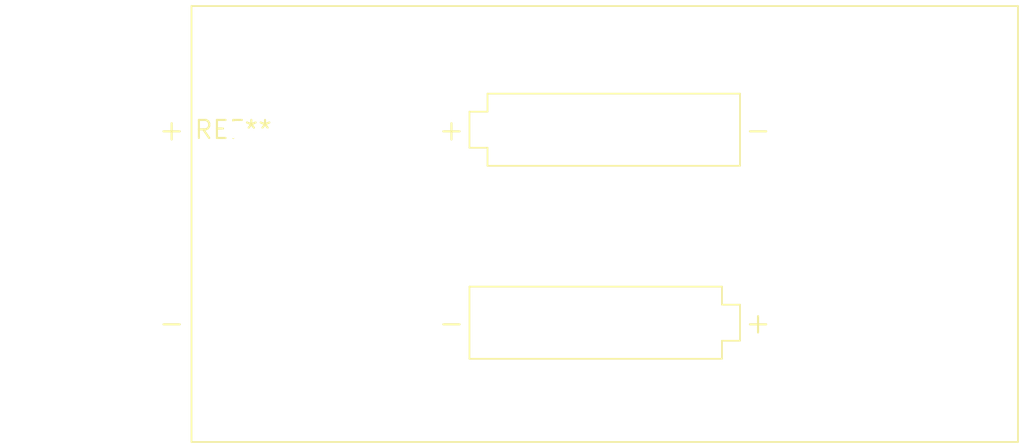
<source format=kicad_pcb>
(kicad_pcb (version 20240108) (generator pcbnew)
  (layers (0 "F.Cu" signal) (31 "B.Cu" signal) (34 "B.Paste" user) (35 "F.Paste" user) (36 "B.SilkS" user "B.Silkscreen") (37 "F.SilkS" user "F.Silkscreen") (38 "B.Mask" user) (39 "F.Mask" user) (44 "Edge.Cuts" user))
  (net 0 "")
  (footprint "BatteryHolder_MPD_BC2AAPC_2xAA" (layer "F.Cu") (at 0 0)
    (property "Reference" "REF**")
    (property "Value" "BatteryHolder_MPD_BC2AAPC_2xAA")
    (fp_line (start -2.94 -8.71) (end -2.94 21.99) (layer "F.SilkS") (stroke (width 0.12)))
    (fp_line (start -2.94 21.99) (end 55.26 21.99) (layer "F.SilkS") (stroke (width 0.12)))
    (fp_line (start 16.635 -1.27) (end 17.905 -1.27) (layer "F.SilkS") (stroke (width 0.12)))
    (fp_line (start 16.635 1.27) (end 16.635 -1.27) (layer "F.SilkS") (stroke (width 0.12)))
    (fp_line (start 16.635 11.05) (end 16.635 16.13) (layer "F.SilkS") (stroke (width 0.12)))
    (fp_line (start 16.635 16.13) (end 34.415 16.13) (layer "F.SilkS") (stroke (width 0.12)))
    (fp_line (start 17.905 -2.54) (end 35.685 -2.54) (layer "F.SilkS") (stroke (width 0.12)))
    (fp_line (start 17.905 -1.27) (end 17.905 -2.54) (layer "F.SilkS") (stroke (width 0.12)))
    (fp_line (start 17.905 1.27) (end 16.635 1.27) (layer "F.SilkS") (stroke (width 0.12)))
    (fp_line (start 17.905 2.54) (end 17.905 1.27) (layer "F.SilkS") (stroke (width 0.12)))
    (fp_line (start 34.415 11.05) (end 16.635 11.05) (layer "F.SilkS") (stroke (width 0.12)))
    (fp_line (start 34.415 12.32) (end 34.415 11.05) (layer "F.SilkS") (stroke (width 0.12)))
    (fp_line (start 34.415 14.86) (end 35.685 14.86) (layer "F.SilkS") (stroke (width 0.12)))
    (fp_line (start 34.415 16.13) (end 34.415 14.86) (layer "F.SilkS") (stroke (width 0.12)))
    (fp_line (start 35.685 -2.54) (end 35.685 2.54) (layer "F.SilkS") (stroke (width 0.12)))
    (fp_line (start 35.685 2.54) (end 17.905 2.54) (layer "F.SilkS") (stroke (width 0.12)))
    (fp_line (start 35.685 12.32) (end 34.415 12.32) (layer "F.SilkS") (stroke (width 0.12)))
    (fp_line (start 35.685 14.86) (end 35.685 12.32) (layer "F.SilkS") (stroke (width 0.12)))
    (fp_line (start 55.26 -8.71) (end -2.94 -8.71) (layer "F.SilkS") (stroke (width 0.12)))
    (fp_line (start 55.26 21.99) (end 55.26 -8.71) (layer "F.SilkS") (stroke (width 0.12)))
    (fp_text user "-" (at -4.34 13.59 0) (layer "F.SilkS") (effects (font (size 1.5 1.5))))
    (fp_text user "-" (at 36.955 0 0) (layer "F.SilkS") (effects (font (size 1.5 1.5))))
    (fp_text user "+" (at 15.365 0 0) (layer "F.SilkS") (effects (font (size 1.5 1.5))))
    (fp_text user "-" (at 15.365 13.59 0) (layer "F.SilkS") (effects (font (size 1.5 1.5))))
    (fp_text user "+" (at -4.34 0 0) (layer "F.SilkS") (effects (font (size 1.5 1.5))))
    (fp_text user "+" (at 36.955 13.59 0) (layer "F.SilkS") (effects (font (size 1.5 1.5))))
    (pad "" np_thru_hole circle (at 26.16 6.63) (size 3.65 3.65) (drill 3.65) (layers *.Cu *.Mask))
    (pad "1" thru_hole rect (at 0 0) (size 2.17 2.17) (drill 1.17) (layers *.Cu *.Mask) (remove_unused_layers))
    (pad "2" thru_hole circle (at 0 13.59) (size 2.17 2.17) (drill 1.17) (layers *.Cu *.Mask) (remove_unused_layers))
  )
)
</source>
